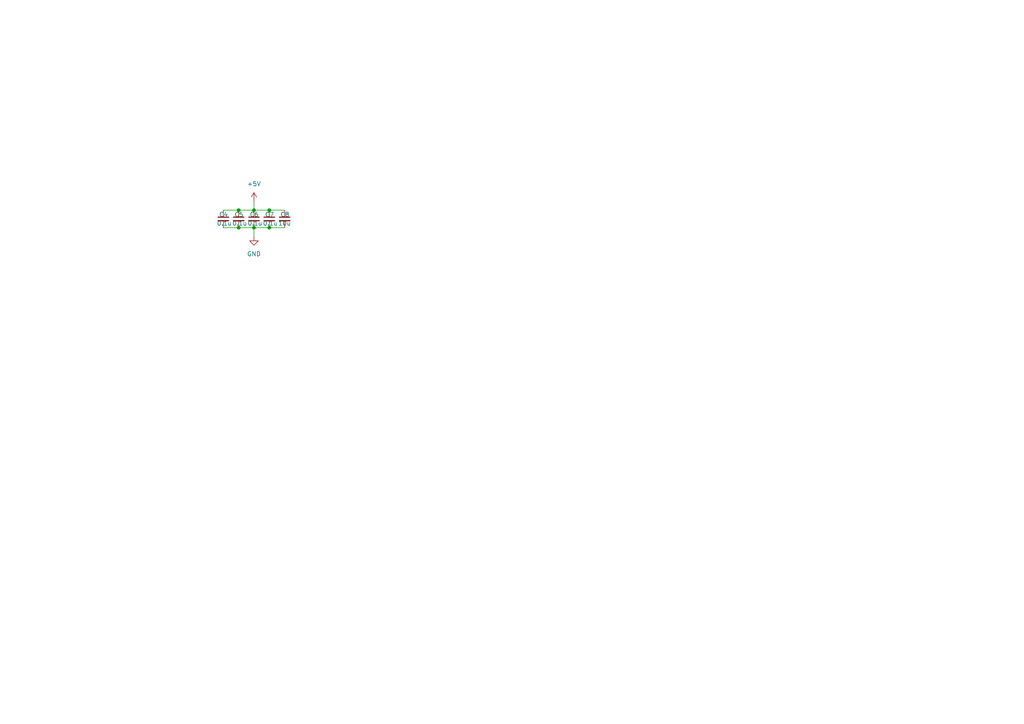
<source format=kicad_sch>
(kicad_sch (version 20230121) (generator eeschema)
  (paper "A4")
  (lib_symbols
    (symbol "Device:C_Small" (pin_numbers hide) (pin_names (offset 0.254) hide)
      (property "Reference" "C" (at 0.254 1.778 0))
      (property "Value" "C_Small" (at 0.254 -2.032 0))
      (symbol "C_Small_0_1"
        (polyline (pts (xy -1.524 -0.508) (xy 1.524 -0.508)) (stroke (width 0.3302)))
        (polyline (pts (xy -1.524 0.508) (xy 1.524 0.508)) (stroke (width 0.3048)))
      )
      (symbol "C_Small_1_1"
        (pin passive line (at 0 2.54 270) (length 2.032) (name "~") (number "1"))
        (pin passive line (at 0 -2.54 90) (length 2.032) (name "~") (number "2"))
      )
    )
    (symbol "power:+5V" (power) (pin_names (offset 0))
      (property "Value" "+5V" (at 0 3.556 0))
      (symbol "+5V_0_1"
        (polyline (pts (xy -0.762 1.27) (xy 0 2.54)))
        (polyline (pts (xy 0 0) (xy 0 2.54)))
        (polyline (pts (xy 0 2.54) (xy 0.762 1.27)))
      )
      (symbol "+5V_1_1"
        (pin power_in line (at 0 0 90) (length 0) hide (name "+5V") (number "1"))
      )
    )
    (symbol "power:GND" (power) (pin_names (offset 0))
      (property "Value" "GND" (at 0 -3.81 0))
      (symbol "GND_0_1"
        (polyline (pts (xy 0 0) (xy 0 -1.27) (xy 1.27 -1.27) (xy 0 -2.54) (xy -1.27 -1.27) (xy 0 -1.27)))
      )
      (symbol "GND_1_1"
        (pin power_in line (at 0 0 270) (length 0) hide (name "GND") (number "1"))
      )
    )
  )
  (junction (at 69.215 60.96))
  (junction (at 73.66 66.04))
  (junction (at 78.105 66.04))
  (junction (at 73.66 60.96))
  (junction (at 69.215 66.04))
  (junction (at 78.105 60.96))
  (wire (pts (xy 78.105 60.96) (xy 82.55 60.96)))
  (wire (pts (xy 64.77 60.96) (xy 69.215 60.96)))
  (wire (pts (xy 73.66 58.42) (xy 73.66 60.96)))
  (wire (pts (xy 73.66 66.04) (xy 73.66 68.58)))
  (wire (pts (xy 73.66 60.96) (xy 78.105 60.96)))
  (wire (pts (xy 64.77 66.04) (xy 69.215 66.04)))
  (wire (pts (xy 73.66 66.04) (xy 78.105 66.04)))
  (wire (pts (xy 69.215 60.96) (xy 73.66 60.96)))
  (wire (pts (xy 78.105 66.04) (xy 82.55 66.04)))
  (wire (pts (xy 69.215 66.04) (xy 73.66 66.04)))
  (symbol (lib_id "power:+5V") (at 73.66 58.42 0) (unit 1)
    (property "Reference" "#PWR08" (effects hide))
    (property "Value" "+5V" (at 73.66 53.34 0))
  )
  (symbol (lib_id "Device:C_Small") (at 64.77 63.5 0) (unit 1)
    (property "Reference" "C4" (at 63.5 62.23 0) (effects (justify left)))
    (property "Value" "0.1u" (at 62.865 64.77 0) (effects (justify left)))
  )
  (symbol (lib_id "Device:C_Small") (at 73.66 63.5 0) (unit 1)
    (property "Reference" "C6" (at 72.39 62.23 0) (effects (justify left)))
    (property "Value" "0.1u" (at 71.755 64.77 0) (effects (justify left)))
  )
  (symbol (lib_id "Device:C_Small") (at 69.215 63.5 0) (unit 1)
    (property "Reference" "C5" (at 67.945 62.23 0) (effects (justify left)))
    (property "Value" "0.1u" (at 67.31 64.77 0) (effects (justify left)))
  )
  (symbol (lib_id "Device:C_Small") (at 82.55 63.5 0) (unit 1)
    (property "Reference" "C8" (at 81.28 62.23 0) (effects (justify left)))
    (property "Value" "10u" (at 80.645 64.77 0) (effects (justify left)))
  )
  (symbol (lib_id "power:GND") (at 73.66 68.58 0) (unit 1)
    (property "Reference" "#PWR07" (effects hide))
    (property "Value" "GND" (at 73.66 73.66 0))
  )
  (symbol (lib_id "Device:C_Small") (at 78.105 63.5 0) (unit 1)
    (property "Reference" "C7" (at 76.835 62.23 0) (effects (justify left)))
    (property "Value" "0.1u" (at 76.2 64.77 0) (effects (justify left)))
  )
)
</source>
